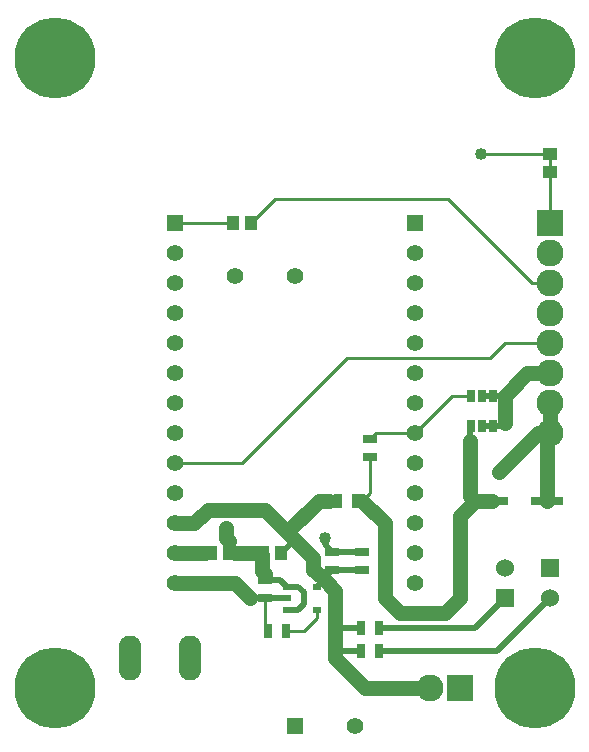
<source format=gbr>
G04 #@! TF.FileFunction,Copper,L1,Top,Signal*
%FSLAX46Y46*%
G04 Gerber Fmt 4.6, Leading zero omitted, Abs format (unit mm)*
G04 Created by KiCad (PCBNEW 4.0.1-stable) date 1/29/2016 6:59:15 PM*
%MOMM*%
G01*
G04 APERTURE LIST*
%ADD10C,0.100000*%
%ADD11C,0.254000*%
%ADD12C,6.858000*%
%ADD13O,1.905000X3.810000*%
%ADD14C,1.397000*%
%ADD15R,1.397000X1.397000*%
%ADD16R,2.275000X2.275000*%
%ADD17C,2.275000*%
%ADD18R,2.750000X0.800000*%
%ADD19R,1.143000X0.635000*%
%ADD20R,0.635000X1.143000*%
%ADD21R,1.270000X1.016000*%
%ADD22R,1.016000X1.270000*%
%ADD23R,0.701040X1.000760*%
%ADD24R,0.762000X0.508000*%
%ADD25R,1.524000X1.524000*%
%ADD26C,1.524000*%
%ADD27C,1.016000*%
%ADD28C,0.508000*%
%ADD29C,1.270000*%
G04 APERTURE END LIST*
D10*
D11*
X46990000Y-13462000D02*
X46990000Y-14478000D01*
D12*
X45720000Y-58420000D03*
X5080000Y-58420000D03*
X5080000Y-5080000D03*
D13*
X16510000Y-55880000D03*
X11430000Y-55880000D03*
D14*
X35560000Y-49530000D03*
X35560000Y-44450000D03*
X35560000Y-46990000D03*
X35560000Y-41910000D03*
X35560000Y-31750000D03*
X35560000Y-34290000D03*
X35560000Y-39370000D03*
X35560000Y-36830000D03*
X35560000Y-26670000D03*
X35560000Y-29210000D03*
X35560000Y-24130000D03*
X35560000Y-21590000D03*
D15*
X35560000Y-19050000D03*
D14*
X15240000Y-49530000D03*
X15240000Y-44450000D03*
X15240000Y-46990000D03*
X15240000Y-41910000D03*
X15240000Y-31750000D03*
X15240000Y-34290000D03*
X15240000Y-39370000D03*
X15240000Y-36830000D03*
X15240000Y-26670000D03*
X15240000Y-29210000D03*
X15240000Y-24130000D03*
X15240000Y-21590000D03*
D15*
X15240000Y-19050000D03*
D16*
X39370000Y-58420000D03*
D17*
X36830000Y-58420000D03*
X46990000Y-34290000D03*
X46990000Y-31750000D03*
X46990000Y-36830000D03*
X46990000Y-29210000D03*
X46990000Y-26670000D03*
D16*
X46990000Y-19050000D03*
D17*
X46990000Y-21590000D03*
X46990000Y-24130000D03*
D15*
X25400000Y-61595000D03*
D14*
X30480000Y-61595000D03*
X25400000Y-23495000D03*
X20320000Y-23495000D03*
D12*
X45720000Y-5080000D03*
D18*
X42125000Y-42545000D03*
X46775000Y-42545000D03*
D19*
X22860000Y-49276000D03*
X22860000Y-50800000D03*
D20*
X24638000Y-53594000D03*
X23114000Y-53594000D03*
D19*
X28575000Y-48387000D03*
X28575000Y-46863000D03*
X31115000Y-48387000D03*
X31115000Y-46863000D03*
D21*
X46990000Y-14732000D03*
X46990000Y-13208000D03*
D22*
X21717000Y-19050000D03*
X20193000Y-19050000D03*
X22733000Y-46990000D03*
X24257000Y-46990000D03*
X19812000Y-46990000D03*
X18288000Y-46990000D03*
D23*
X42227500Y-36195000D03*
X41275000Y-36195000D03*
X40322500Y-36195000D03*
X40322500Y-33655000D03*
X41275000Y-33655000D03*
X42227500Y-33655000D03*
D20*
X30607000Y-42545000D03*
X29083000Y-42545000D03*
X32512000Y-55245000D03*
X30988000Y-55245000D03*
X32512000Y-53340000D03*
X30988000Y-53340000D03*
D24*
X24765000Y-49847500D03*
X24765000Y-51752500D03*
X27305000Y-49847500D03*
X24765000Y-50800000D03*
X27305000Y-51752500D03*
D25*
X46990000Y-48260000D03*
D26*
X46990000Y-50800000D03*
D25*
X43180000Y-50800000D03*
D26*
X43180000Y-48260000D03*
D19*
X31750000Y-37338000D03*
X31750000Y-38862000D03*
D27*
X42672000Y-40132000D03*
X41148000Y-13208000D03*
X27940000Y-45720000D03*
X19558000Y-44831000D03*
D11*
X31750000Y-38862000D02*
X31750000Y-41910000D01*
X31750000Y-41910000D02*
X31115000Y-42545000D01*
D28*
X40322500Y-36195000D02*
X40259000Y-36258500D01*
X40259000Y-36258500D02*
X40259000Y-37465000D01*
D29*
X40640000Y-42545000D02*
X40259000Y-42164000D01*
X40259000Y-42164000D02*
X40259000Y-37465000D01*
D28*
X30607000Y-42545000D02*
X31115000Y-42545000D01*
D29*
X33020000Y-44450000D02*
X31115000Y-42545000D01*
X42125000Y-42545000D02*
X40640000Y-42545000D01*
X39370000Y-43815000D02*
X40640000Y-42545000D01*
X39370000Y-43815000D02*
X39370000Y-50800000D01*
X39370000Y-50800000D02*
X38100000Y-52070000D01*
X38100000Y-52070000D02*
X34290000Y-52070000D01*
X34290000Y-52070000D02*
X33020000Y-50800000D01*
X33020000Y-50800000D02*
X33020000Y-44450000D01*
X42672000Y-40132000D02*
X45974000Y-36830000D01*
X45974000Y-36830000D02*
X46990000Y-36830000D01*
D11*
X41148000Y-13208000D02*
X46990000Y-13208000D01*
D28*
X28575000Y-46863000D02*
X27940000Y-46228000D01*
X27940000Y-46228000D02*
X27940000Y-45720000D01*
D11*
X22860000Y-50800000D02*
X22860000Y-53340000D01*
X22860000Y-53340000D02*
X23114000Y-53594000D01*
D28*
X28575000Y-46863000D02*
X31115000Y-46863000D01*
X24765000Y-50800000D02*
X22860000Y-50800000D01*
X22860000Y-50800000D02*
X21590000Y-50800000D01*
D29*
X20320000Y-49530000D02*
X21590000Y-50800000D01*
X20320000Y-49530000D02*
X15240000Y-49530000D01*
X46990000Y-36830000D02*
X46990000Y-34290000D01*
X46775000Y-42545000D02*
X46775000Y-37045000D01*
X46775000Y-37045000D02*
X46990000Y-36830000D01*
D28*
X28575000Y-48387000D02*
X27908250Y-49053750D01*
X27908250Y-49053750D02*
X27908250Y-49244250D01*
X27305000Y-49847500D02*
X27908250Y-49244250D01*
X27908250Y-49244250D02*
X27940000Y-49276000D01*
X24257000Y-46990000D02*
X25400000Y-45847000D01*
X25400000Y-45847000D02*
X25400000Y-45974000D01*
X25400000Y-45974000D02*
X25400000Y-45847000D01*
D29*
X28829000Y-53340000D02*
X28829000Y-50165000D01*
X27051000Y-48387000D02*
X27940000Y-49276000D01*
X27940000Y-49276000D02*
X28829000Y-50165000D01*
X26924000Y-48387000D02*
X27051000Y-48387000D01*
X26924000Y-48260000D02*
X26924000Y-48387000D01*
X26924000Y-47371000D02*
X26924000Y-48260000D01*
X26924000Y-47371000D02*
X25400000Y-45847000D01*
X25400000Y-45847000D02*
X24765000Y-45212000D01*
D28*
X30988000Y-55245000D02*
X28829000Y-55245000D01*
X28829000Y-55245000D02*
X28956000Y-55245000D01*
X28956000Y-55245000D02*
X28829000Y-55245000D01*
X30988000Y-53340000D02*
X28829000Y-53340000D01*
X28829000Y-53340000D02*
X28956000Y-53340000D01*
X28956000Y-53340000D02*
X28829000Y-53340000D01*
D29*
X36830000Y-58420000D02*
X31369000Y-58420000D01*
X28829000Y-55880000D02*
X28829000Y-55245000D01*
X28829000Y-55245000D02*
X28829000Y-53340000D01*
X31369000Y-58420000D02*
X28829000Y-55880000D01*
D28*
X29083000Y-42545000D02*
X28321000Y-42545000D01*
D29*
X27432000Y-42545000D02*
X24765000Y-45212000D01*
X27432000Y-42545000D02*
X28321000Y-42545000D01*
X22860000Y-43307000D02*
X24765000Y-45212000D01*
X16891000Y-44450000D02*
X18034000Y-43307000D01*
X18034000Y-43307000D02*
X22860000Y-43307000D01*
X15240000Y-44450000D02*
X16891000Y-44450000D01*
D28*
X31115000Y-48387000D02*
X30988000Y-48514000D01*
X28575000Y-48387000D02*
X31115000Y-48387000D01*
D11*
X18288000Y-46990000D02*
X17780000Y-46990000D01*
D29*
X17780000Y-46990000D02*
X15240000Y-46990000D01*
D11*
X41529000Y-30480000D02*
X41910000Y-30480000D01*
X46990000Y-29210000D02*
X43180000Y-29210000D01*
X20955000Y-39370000D02*
X15240000Y-39370000D01*
X29845000Y-30480000D02*
X41529000Y-30480000D01*
X20955000Y-39370000D02*
X29845000Y-30480000D01*
X41910000Y-30480000D02*
X43180000Y-29210000D01*
X15240000Y-19050000D02*
X20193000Y-19050000D01*
X35560000Y-36830000D02*
X32258000Y-36830000D01*
X32258000Y-36830000D02*
X31750000Y-37338000D01*
X35560000Y-36830000D02*
X38735000Y-33655000D01*
X38735000Y-33655000D02*
X40322500Y-33655000D01*
D28*
X19812000Y-46990000D02*
X19812000Y-45974000D01*
D29*
X19558000Y-45720000D02*
X19812000Y-45974000D01*
X19558000Y-44831000D02*
X19558000Y-45720000D01*
D28*
X22860000Y-49276000D02*
X22860000Y-48768000D01*
D29*
X22606000Y-48514000D02*
X22606000Y-47117000D01*
X22860000Y-48768000D02*
X22606000Y-48514000D01*
D28*
X22606000Y-47117000D02*
X22733000Y-46990000D01*
X24765000Y-51752500D02*
X25717500Y-51752500D01*
X25717500Y-49847500D02*
X24765000Y-49847500D01*
X26162000Y-50292000D02*
X25717500Y-49847500D01*
X26162000Y-51308000D02*
X26162000Y-50292000D01*
X25717500Y-51752500D02*
X26162000Y-51308000D01*
X22860000Y-49276000D02*
X24193500Y-49276000D01*
X24193500Y-49276000D02*
X24765000Y-49847500D01*
D11*
X19812000Y-46990000D02*
X20320000Y-46990000D01*
D29*
X20320000Y-46990000D02*
X22098000Y-46990000D01*
D11*
X22098000Y-46990000D02*
X22733000Y-46990000D01*
X46990000Y-14732000D02*
X46990000Y-19050000D01*
X21717000Y-19050000D02*
X23749000Y-17018000D01*
X45466000Y-24130000D02*
X46990000Y-24130000D01*
X38354000Y-17018000D02*
X45466000Y-24130000D01*
X23749000Y-17018000D02*
X38354000Y-17018000D01*
X24638000Y-53594000D02*
X26162000Y-53594000D01*
X27305000Y-52451000D02*
X27305000Y-51752500D01*
X26162000Y-53594000D02*
X27305000Y-52451000D01*
D28*
X32512000Y-55245000D02*
X42545000Y-55245000D01*
X42545000Y-55245000D02*
X46990000Y-50800000D01*
X32512000Y-53340000D02*
X39624000Y-53340000D01*
X40640000Y-53340000D02*
X43180000Y-50800000D01*
X39624000Y-53340000D02*
X40640000Y-53340000D01*
X42227500Y-36195000D02*
X42926000Y-36195000D01*
D29*
X43180000Y-35941000D02*
X43180000Y-33655000D01*
D28*
X42926000Y-36195000D02*
X43180000Y-35941000D01*
X42227500Y-33655000D02*
X43180000Y-33655000D01*
D29*
X46990000Y-31750000D02*
X45085000Y-31750000D01*
X45085000Y-31750000D02*
X43180000Y-33655000D01*
D28*
X41275000Y-33655000D02*
X42227500Y-33655000D01*
X41275000Y-36195000D02*
X42227500Y-36195000D01*
X42227500Y-33655000D02*
X42227500Y-33464500D01*
M02*

</source>
